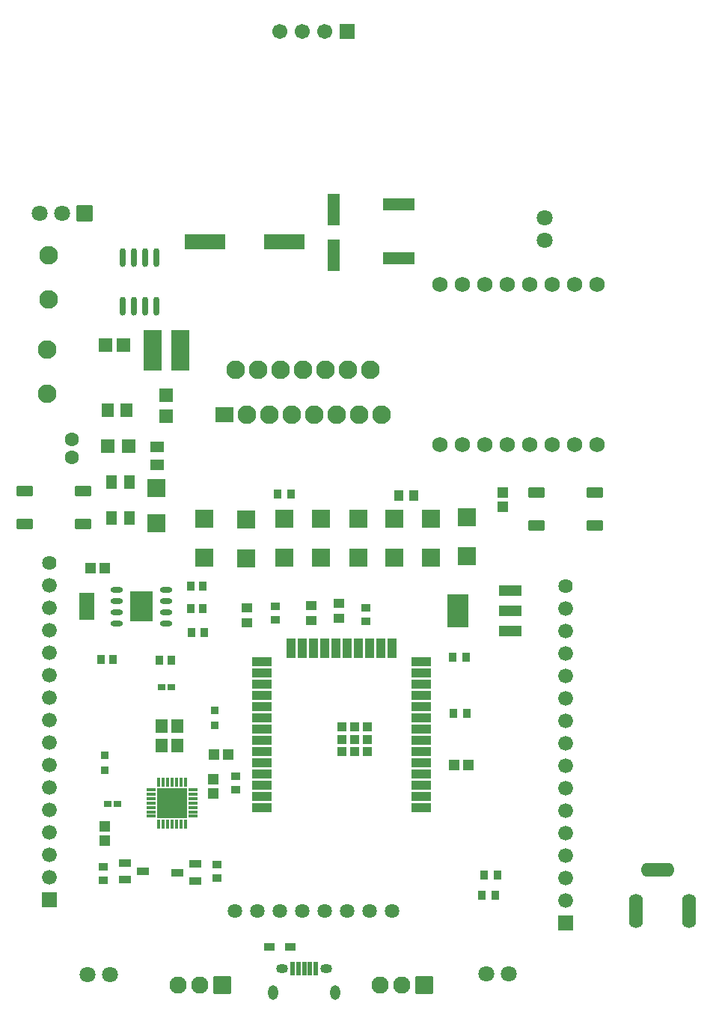
<source format=gts>
G04 Layer: TopSolderMaskLayer*
G04 EasyEDA v6.5.44, 2024-08-23 10:49:28*
G04 13edeab578334d2c94ea7048694fe743,9c714277b5a14b868680a62259e1ad39,10*
G04 Gerber Generator version 0.2*
G04 Scale: 100 percent, Rotated: No, Reflected: No *
G04 Dimensions in millimeters *
G04 leading zeros omitted , absolute positions ,4 integer and 5 decimal *
%FSLAX45Y45*%
%MOMM*%

%AMMACRO1*4,1,8,-0.4243,-0.4828,-0.454,-0.453,-0.454,0.4531,-0.4243,0.4828,0.4243,0.4828,0.454,0.4531,0.454,-0.453,0.4243,-0.4828,-0.4243,-0.4828,0*%
%AMMACRO2*4,1,8,-0.6211,-1.8008,-0.6508,-1.771,-0.6508,1.7711,-0.6211,1.8008,0.621,1.8008,0.6508,1.7711,0.6508,-1.771,0.621,-1.8008,-0.6211,-1.8008,0*%
%AMMACRO3*4,1,8,-0.7261,-0.7258,-0.7558,-0.696,-0.7558,0.6961,-0.7261,0.7258,0.726,0.7258,0.7558,0.6961,0.7558,-0.696,0.726,-0.7258,-0.7261,-0.7258,0*%
%AMMACRO4*4,1,8,-0.7711,-0.7303,-0.8008,-0.7005,-0.8008,0.7005,-0.7711,0.7303,0.771,0.7303,0.8008,0.7005,0.8008,-0.7005,0.771,-0.7303,-0.7711,-0.7303,0*%
%AMMACRO5*4,1,8,-2.2711,-0.8758,-2.3008,-0.846,-2.3008,0.846,-2.2711,0.8758,2.271,0.8758,2.3008,0.846,2.3008,-0.846,2.271,-0.8758,-2.2711,-0.8758,0*%
%AMMACRO6*4,1,8,-0.7005,-0.8008,-0.7303,-0.771,-0.7303,0.7711,-0.7005,0.8008,0.7005,0.8008,0.7303,0.7711,0.7303,-0.771,0.7005,-0.8008,-0.7005,-0.8008,0*%
%AMMACRO7*4,1,8,-0.9711,-2.3008,-1.0008,-2.271,-1.0008,2.2711,-0.9711,2.3008,0.971,2.3008,1.0008,2.2711,1.0008,-2.271,0.971,-2.3008,-0.9711,-2.3008,0*%
%AMMACRO8*4,1,8,-0.6713,-0.7506,-0.701,-0.7208,-0.701,0.7208,-0.6713,0.7506,0.6713,0.7506,0.701,0.7208,0.701,-0.7208,0.6713,-0.7506,-0.6713,-0.7506,0*%
%AMMACRO9*4,1,8,-1.0211,-1.0508,-1.0508,-1.021,-1.0508,1.0211,-1.0211,1.0508,1.021,1.0508,1.0508,1.0211,1.0508,-1.021,1.021,-1.0508,-1.0211,-1.0508,0*%
%AMMACRO10*4,1,8,-1.749,-0.6921,-1.7788,-0.6623,-1.7788,0.6623,-1.749,0.6921,1.749,0.6921,1.7788,0.6623,1.7788,-0.6623,1.749,-0.6921,-1.749,-0.6921,0*%
%AMMACRO11*4,1,8,-0.5873,-0.7393,-0.6171,-0.7095,-0.6171,0.7095,-0.5873,0.7393,0.5873,0.7393,0.6171,0.7095,0.6171,-0.7095,0.5873,-0.7393,-0.5873,-0.7393,0*%
%AMMACRO12*4,1,8,-0.7095,-0.6171,-0.7393,-0.5873,-0.7393,0.5873,-0.7095,0.6171,0.7095,0.6171,0.7393,0.5873,0.7393,-0.5873,0.7095,-0.6171,-0.7095,-0.6171,0*%
%AMMACRO13*4,1,8,-1.1911,-1.8508,-1.2208,-1.821,-1.2208,1.8211,-1.1911,1.8508,1.191,1.8508,1.2208,1.8211,1.2208,-1.821,1.191,-1.8508,-1.1911,-1.8508,0*%
%AMMACRO14*4,1,8,-1.2711,-0.6008,-1.3008,-0.571,-1.3008,0.5711,-1.2711,0.6008,1.271,0.6008,1.3008,0.5711,1.3008,-0.571,1.271,-0.6008,-1.2711,-0.6008,0*%
%AMMACRO15*4,1,8,-0.5211,-0.5008,-0.5508,-0.471,-0.5508,0.471,-0.5211,0.5008,0.521,0.5008,0.5508,0.471,0.5508,-0.471,0.521,-0.5008,-0.5211,-0.5008,0*%
%AMMACRO16*4,1,8,-0.4211,-0.4508,-0.4508,-0.421,-0.4508,0.4211,-0.4211,0.4508,0.421,0.4508,0.4508,0.4211,0.4508,-0.421,0.421,-0.4508,-0.4211,-0.4508,0*%
%AMMACRO17*4,1,8,-0.8711,-0.5508,-0.9008,-0.521,-0.9008,0.5211,-0.8711,0.5508,0.871,0.5508,0.9008,0.5211,0.9008,-0.521,0.871,-0.5508,-0.8711,-0.5508,0*%
%AMMACRO18*4,1,8,-0.4211,-0.5008,-0.4508,-0.471,-0.4508,0.4711,-0.4211,0.5008,0.421,0.5008,0.4508,0.4711,0.4508,-0.471,0.421,-0.5008,-0.4211,-0.5008,0*%
%AMMACRO19*4,1,8,-0.4161,-0.3208,-0.4458,-0.291,-0.4458,0.2911,-0.4161,0.3208,0.4161,0.3208,0.4458,0.2911,0.4458,-0.291,0.4161,-0.3208,-0.4161,-0.3208,0*%
%AMMACRO20*4,1,8,-0.9456,-0.9754,-0.9754,-0.9456,-0.9754,0.9456,-0.9456,0.9754,0.9456,0.9754,0.9754,0.9456,0.9754,-0.9456,0.9456,-0.9754,-0.9456,-0.9754,0*%
%AMMACRO21*4,1,8,-0.8711,-0.9008,-0.9008,-0.871,-0.9008,0.8711,-0.8711,0.9008,0.871,0.9008,0.9008,0.8711,0.9008,-0.871,0.871,-0.9008,-0.8711,-0.9008,0*%
%AMMACRO22*4,1,8,-0.5211,-0.4258,-0.5508,-0.396,-0.5508,0.3961,-0.5211,0.4258,0.521,0.4258,0.5508,0.3961,0.5508,-0.396,0.521,-0.4258,-0.5211,-0.4258,0*%
%AMMACRO23*4,1,8,-0.8085,-0.8382,-0.8382,-0.8084,-0.8382,0.8085,-0.8085,0.8382,0.8084,0.8382,0.8382,0.8085,0.8382,-0.8084,0.8084,-0.8382,-0.8085,-0.8382,0*%
%AMMACRO24*4,1,8,-0.471,-0.5508,-0.5008,-0.521,-0.5008,0.5211,-0.471,0.5508,0.471,0.5508,0.5008,0.5211,0.5008,-0.521,0.471,-0.5508,-0.471,-0.5508,0*%
%AMMACRO25*4,1,8,-0.8211,-0.8508,-0.8508,-0.821,-0.8508,0.8211,-0.8211,0.8508,0.821,0.8508,0.8508,0.8211,0.8508,-0.821,0.821,-0.8508,-0.8211,-0.8508,0*%
%AMMACRO26*4,1,8,-0.6461,-0.4008,-0.6758,-0.371,-0.6758,0.3711,-0.6461,0.4008,0.646,0.4008,0.6758,0.3711,0.6758,-0.371,0.646,-0.4008,-0.6461,-0.4008,0*%
%AMMACRO27*4,1,8,-0.646,-0.4008,-0.6758,-0.371,-0.6758,0.3711,-0.646,0.4008,0.646,0.4008,0.6758,0.3711,0.6758,-0.371,0.646,-0.4008,-0.646,-0.4008,0*%
%AMMACRO28*4,1,8,-0.4531,-0.454,-0.4828,-0.4243,-0.4828,0.4243,-0.4531,0.454,0.453,0.454,0.4828,0.4243,0.4828,-0.4243,0.453,-0.454,-0.4531,-0.454,0*%
%AMMACRO29*4,1,8,-0.5711,-0.5508,-0.6008,-0.521,-0.6008,0.5211,-0.5711,0.5508,0.571,0.5508,0.6008,0.5211,0.6008,-0.521,0.571,-0.5508,-0.5711,-0.5508,0*%
%AMMACRO30*4,1,8,-0.5211,-0.6008,-0.5508,-0.571,-0.5508,0.5711,-0.5211,0.6008,0.521,0.6008,0.5508,0.5711,0.5508,-0.571,0.521,-0.6008,-0.5211,-0.6008,0*%
%AMMACRO31*4,1,8,-0.4736,-0.1908,-0.5033,-0.161,-0.5033,0.1611,-0.4736,0.1908,0.4735,0.1908,0.5033,0.1611,0.5033,-0.161,0.4735,-0.1908,-0.4736,-0.1908,0*%
%AMMACRO32*4,1,8,-0.1611,-0.5033,-0.1908,-0.4735,-0.1908,0.4736,-0.1611,0.5033,0.161,0.5033,0.1908,0.4736,0.1908,-0.4735,0.161,-0.5033,-0.1611,-0.5033,0*%
%AMMACRO33*4,1,8,-1.6961,-1.7258,-1.7258,-1.696,-1.7258,1.6961,-1.6961,1.7258,1.696,1.7258,1.7258,1.6961,1.7258,-1.696,1.696,-1.7258,-1.6961,-1.7258,0*%
%AMMACRO34*4,1,8,-1.0711,-0.5258,-1.1008,-0.496,-1.1008,0.4961,-1.0711,0.5258,1.071,0.5258,1.1008,0.4961,1.1008,-0.496,1.071,-0.5258,-1.0711,-0.5258,0*%
%AMMACRO35*4,1,8,-0.4961,-1.1008,-0.5258,-1.071,-0.5258,1.0711,-0.4961,1.1008,0.496,1.1008,0.5258,1.0711,0.5258,-1.071,0.496,-1.1008,-0.4961,-1.1008,0*%
%AMMACRO36*4,1,8,-0.4711,-0.5008,-0.5008,-0.471,-0.5008,0.4711,-0.4711,0.5008,0.471,0.5008,0.5008,0.4711,0.5008,-0.471,0.471,-0.5008,-0.4711,-0.5008,0*%
%AMMACRO37*4,1,8,-1.0211,-0.8508,-1.0508,-0.821,-1.0508,0.8211,-1.0211,0.8508,1.021,0.8508,1.0508,0.8211,1.0508,-0.821,1.021,-0.8508,-1.0211,-0.8508,0*%
%AMMACRO38*4,1,8,-1.2207,-1.7,-1.25,-1.6707,-1.25,1.6707,-1.2207,1.7,1.2207,1.7,1.25,1.6707,1.25,-1.6707,1.2207,-1.7,-1.2207,-1.7,0*%
%AMMACRO39*4,1,8,-0.8211,-1.5508,-0.8508,-1.521,-0.8508,1.5211,-0.8211,1.5508,0.821,1.5508,0.8508,1.5211,0.8508,-1.521,0.821,-1.5508,-0.8211,-1.5508,0*%
%AMMACRO40*4,1,8,-0.2217,-0.7264,-0.2515,-0.6967,-0.2515,0.6967,-0.2217,0.7264,0.2217,0.7264,0.2515,0.6967,0.2515,-0.6967,0.2217,-0.7264,-0.2217,-0.7264,0*%
%AMMACRO41*4,1,8,-0.6211,-0.7508,-0.6508,-0.721,-0.6508,0.7211,-0.6211,0.7508,0.621,0.7508,0.6508,0.7211,0.6508,-0.721,0.621,-0.7508,-0.6211,-0.7508,0*%
%ADD10O,3.8015926X1.6015970000000002*%
%ADD11O,1.6015970000000002X3.9015924*%
%ADD12MACRO1*%
%ADD13MACRO2*%
%ADD14MACRO3*%
%ADD15MACRO4*%
%ADD16MACRO5*%
%ADD17MACRO6*%
%ADD18MACRO7*%
%ADD19MACRO8*%
%ADD20MACRO9*%
%ADD21MACRO10*%
%ADD22MACRO11*%
%ADD23MACRO12*%
%ADD24O,0.68961X2.1466048*%
%ADD25MACRO13*%
%ADD26MACRO14*%
%ADD27MACRO15*%
%ADD28MACRO16*%
%ADD29MACRO17*%
%ADD30MACRO18*%
%ADD31MACRO19*%
%ADD32C,1.8016*%
%ADD33C,1.9516*%
%ADD34MACRO20*%
%ADD35MACRO21*%
%ADD36MACRO22*%
%ADD37C,1.6317*%
%ADD38C,1.6764*%
%ADD39MACRO23*%
%ADD40C,1.6256*%
%ADD41MACRO24*%
%ADD42MACRO25*%
%ADD43C,1.7016*%
%ADD44C,2.1016*%
%ADD45MACRO26*%
%ADD46MACRO27*%
%ADD47MACRO28*%
%ADD48MACRO29*%
%ADD49MACRO30*%
%ADD50MACRO31*%
%ADD51MACRO32*%
%ADD52MACRO33*%
%ADD53MACRO34*%
%ADD54MACRO35*%
%ADD55MACRO36*%
%ADD56MACRO37*%
%ADD57O,1.3700252000000002X0.6080252*%
%ADD58MACRO38*%
%ADD59C,1.6016*%
%ADD60C,1.7272*%
%ADD61MACRO39*%
%ADD62MACRO40*%
%ADD63O,1.3516102X1.0515854*%
%ADD64O,1.1015979999999999X1.6516096*%
%ADD65MACRO41*%
%ADD66C,0.0147*%

%LPD*%
D10*
G01*
X-1358137Y-770762D03*
D11*
G01*
X-1008126Y-1235837D03*
G01*
X-1608073Y-1235837D03*
D12*
G01*
X-3351924Y-1054100D03*
G01*
X-3201275Y-1054100D03*
G01*
X-3175875Y-825500D03*
G01*
X-3326524Y-825500D03*
D13*
G01*
X-5029200Y6696890D03*
G01*
X-5029200Y6180907D03*
D14*
G01*
X-7405697Y5168900D03*
G01*
X-7605702Y5168900D03*
D15*
G01*
X-7587599Y4025900D03*
G01*
X-7347601Y4025900D03*
D16*
G01*
X-6482497Y6337300D03*
G01*
X-5582502Y6337300D03*
D17*
G01*
X-6921500Y4363100D03*
G01*
X-6921500Y4603098D03*
D18*
G01*
X-6766499Y5105400D03*
G01*
X-7076499Y5105400D03*
D19*
G01*
X-7583677Y4432172D03*
G01*
X-7373619Y4432172D03*
D20*
G01*
X-7035800Y3152775D03*
G01*
X-7035800Y3552825D03*
D21*
G01*
X-4292600Y6758226D03*
G01*
X-4292600Y6144973D03*
D22*
G01*
X-7542204Y3213100D03*
G01*
X-7342195Y3213100D03*
G01*
X-7342195Y3619500D03*
G01*
X-7542204Y3619500D03*
D23*
G01*
X-7023100Y3811595D03*
G01*
X-7023100Y4011604D03*
D24*
G01*
X-7416800Y5602859D03*
G01*
X-7289800Y5602859D03*
G01*
X-7162800Y5602859D03*
G01*
X-7035800Y5602859D03*
G01*
X-7416800Y6157340D03*
G01*
X-7289800Y6157340D03*
G01*
X-7162800Y6157340D03*
G01*
X-7035800Y6157340D03*
D25*
G01*
X-3624394Y2159000D03*
D26*
G01*
X-3030399Y2388997D03*
G01*
X-3030399Y2159000D03*
G01*
X-3030399Y1929002D03*
D27*
G01*
X-5283131Y2218514D03*
G01*
X-5283131Y2048515D03*
D28*
G01*
X-7620000Y359409D03*
G01*
X-7620000Y529590D03*
G01*
X-6375400Y867409D03*
G01*
X-6375400Y1037590D03*
D29*
G01*
X-2730299Y3499611D03*
G01*
X-2070300Y3499739D03*
G01*
X-2730299Y3129660D03*
G01*
X-2070300Y3129660D03*
G01*
X-7861500Y3142488D03*
G01*
X-8521499Y3142360D03*
G01*
X-7861500Y3512439D03*
G01*
X-8521499Y3512439D03*
D30*
G01*
X-6864200Y1600200D03*
G01*
X-7004199Y1600200D03*
G01*
X-6635899Y1917700D03*
G01*
X-6495900Y1917700D03*
G01*
X-7524600Y1612900D03*
G01*
X-7664599Y1612900D03*
G01*
X-6508600Y2184400D03*
G01*
X-6648599Y2184400D03*
D31*
G01*
X-6976005Y1295400D03*
G01*
X-6866994Y1295400D03*
G01*
X-7585605Y-25400D03*
G01*
X-7476594Y-25400D03*
D30*
G01*
X-6508600Y2438400D03*
G01*
X-6648599Y2438400D03*
D32*
G01*
X-7556500Y-1955800D03*
G01*
X-7810500Y-1955800D03*
G01*
X-3048000Y-1943100D03*
G01*
X-3302000Y-1943100D03*
G01*
X-2641600Y6604000D03*
G01*
X-2641600Y6350000D03*
D33*
G01*
X-4504486Y-2070100D03*
G01*
X-4254500Y-2070100D03*
D34*
G01*
X-4004501Y-2070100D03*
D33*
G01*
X-6790486Y-2070100D03*
G01*
X-6540500Y-2070100D03*
D34*
G01*
X-6290501Y-2070100D03*
D35*
G01*
X-7848600Y6654800D03*
D32*
G01*
X-8102600Y6654800D03*
G01*
X-8356600Y6654800D03*
D20*
G01*
X-6489700Y3204499D03*
G01*
X-6489700Y2764500D03*
G01*
X-6019800Y3191799D03*
G01*
X-6019800Y2751800D03*
G01*
X-5168900Y3204499D03*
G01*
X-5168900Y2764500D03*
G01*
X-5588000Y3204499D03*
G01*
X-5588000Y2764500D03*
G01*
X-4749800Y3204499D03*
G01*
X-4749800Y2764500D03*
G01*
X-3517900Y3217199D03*
G01*
X-3517900Y2777200D03*
G01*
X-4343400Y3204499D03*
G01*
X-4343400Y2764500D03*
G01*
X-3924300Y3204499D03*
G01*
X-3924300Y2764500D03*
D36*
G01*
X-5521544Y-1638300D03*
G01*
X-5756050Y-1638300D03*
D37*
G01*
X-6146800Y-1231900D03*
G01*
X-5892800Y-1231900D03*
G01*
X-5638800Y-1231900D03*
G01*
X-5384800Y-1231900D03*
G01*
X-5130800Y-1231900D03*
G01*
X-4876800Y-1231900D03*
G01*
X-4622800Y-1231900D03*
G01*
X-4368800Y-1231900D03*
D38*
G01*
X-8242300Y2451100D03*
G01*
X-8242300Y2197100D03*
G01*
X-8242300Y1943100D03*
G01*
X-8242300Y1689100D03*
G01*
X-8242300Y1435100D03*
G01*
X-8242300Y1181100D03*
G01*
X-8242300Y927100D03*
G01*
X-8242300Y673100D03*
G01*
X-8242300Y419100D03*
G01*
X-8242300Y165100D03*
G01*
X-8242300Y-88900D03*
G01*
X-8242300Y-342900D03*
G01*
X-8242300Y-596900D03*
G01*
X-8242300Y-850900D03*
D39*
G01*
X-8242300Y-1104900D03*
D40*
G01*
X-8242300Y2705100D03*
D38*
G01*
X-2400300Y2184400D03*
G01*
X-2400300Y1930400D03*
G01*
X-2400300Y1676400D03*
G01*
X-2400300Y1422400D03*
G01*
X-2400300Y1168400D03*
G01*
X-2400300Y914400D03*
G01*
X-2400300Y660400D03*
G01*
X-2400300Y406400D03*
G01*
X-2400300Y152400D03*
G01*
X-2400300Y-101600D03*
G01*
X-2400300Y-355600D03*
G01*
X-2400300Y-609600D03*
G01*
X-2400300Y-863600D03*
G01*
X-2400300Y-1117600D03*
D39*
G01*
X-2400300Y-1371600D03*
D40*
G01*
X-2400300Y2438400D03*
D27*
G01*
X-6007100Y2193190D03*
G01*
X-6007100Y2023191D03*
G01*
X-4965700Y2243990D03*
G01*
X-4965700Y2073991D03*
D41*
G01*
X-4118709Y3467100D03*
G01*
X-4288708Y3467100D03*
D42*
G01*
X-4876800Y8712200D03*
D43*
G01*
X-5130800Y8712200D03*
G01*
X-5384800Y8712200D03*
G01*
X-5638800Y8712200D03*
D44*
G01*
X-8267700Y5114544D03*
G01*
X-8267700Y4613655D03*
G01*
X-8255000Y6181344D03*
G01*
X-8255000Y5680455D03*
D45*
G01*
X-6592898Y-895097D03*
G01*
X-6592898Y-705105D03*
D46*
G01*
X-6792899Y-800101D03*
D45*
G01*
X-7389801Y-692402D03*
G01*
X-7389801Y-882394D03*
D46*
G01*
X-7189800Y-787398D03*
D47*
G01*
X-6350000Y-862724D03*
G01*
X-6350000Y-712075D03*
G01*
X-7632700Y-888124D03*
G01*
X-7632700Y-737475D03*
G01*
X-4660900Y2196224D03*
G01*
X-4660900Y2045575D03*
D12*
G01*
X-5663324Y3479800D03*
G01*
X-5512675Y3479800D03*
D47*
G01*
X-6134100Y140575D03*
G01*
X-6134100Y291224D03*
D12*
G01*
X-3531475Y1638300D03*
G01*
X-3682124Y1638300D03*
D47*
G01*
X-5689600Y2208924D03*
G01*
X-5689600Y2058275D03*
D12*
G01*
X-3669424Y1003300D03*
G01*
X-3518775Y1003300D03*
D48*
G01*
X-6388100Y97792D03*
G01*
X-6388100Y257792D03*
D49*
G01*
X-6219192Y533400D03*
G01*
X-6379192Y533400D03*
D48*
G01*
X-3111500Y3336292D03*
G01*
X-3111500Y3496292D03*
D49*
G01*
X-7776207Y2641600D03*
G01*
X-7616207Y2641600D03*
D48*
G01*
X-7620000Y-275592D03*
G01*
X-7620000Y-435592D03*
D49*
G01*
X-3501392Y419100D03*
G01*
X-3661392Y419100D03*
D50*
G01*
X-7095743Y137286D03*
G01*
X-7095743Y87299D03*
G01*
X-7095743Y37287D03*
G01*
X-7095743Y-12700D03*
G01*
X-7095743Y-62712D03*
G01*
X-7095743Y-112699D03*
G01*
X-7095743Y-162712D03*
D51*
G01*
X-7007987Y-250443D03*
G01*
X-6957999Y-250443D03*
G01*
X-6907987Y-250443D03*
G01*
X-6858000Y-250443D03*
G01*
X-6807987Y-250443D03*
G01*
X-6758000Y-250443D03*
G01*
X-6707987Y-250443D03*
D50*
G01*
X-6620256Y-162712D03*
G01*
X-6620256Y-112699D03*
G01*
X-6620256Y-62712D03*
G01*
X-6620256Y-12700D03*
G01*
X-6620256Y37287D03*
G01*
X-6620256Y87299D03*
G01*
X-6620256Y137286D03*
D51*
G01*
X-6707987Y225043D03*
G01*
X-6758000Y225043D03*
G01*
X-6807987Y225043D03*
G01*
X-6858000Y225043D03*
G01*
X-6907987Y225043D03*
G01*
X-6957999Y225043D03*
G01*
X-7007987Y225043D03*
D52*
G01*
X-6858000Y-12700D03*
D53*
G01*
X-4040300Y-62052D03*
G01*
X-4040300Y64947D03*
G01*
X-4040300Y191947D03*
G01*
X-4040300Y318947D03*
G01*
X-4040300Y445947D03*
G01*
X-4040300Y572947D03*
G01*
X-4040300Y699947D03*
G01*
X-4040300Y826947D03*
G01*
X-4040300Y953947D03*
G01*
X-4040300Y1080947D03*
G01*
X-4040300Y1207947D03*
G01*
X-4040300Y1334947D03*
G01*
X-4040300Y1461947D03*
G01*
X-4040300Y1588947D03*
D54*
G01*
X-4368825Y1738453D03*
G01*
X-4495825Y1738453D03*
G01*
X-4622825Y1738453D03*
G01*
X-4749825Y1738453D03*
G01*
X-4876825Y1738453D03*
G01*
X-5003825Y1738453D03*
G01*
X-5130825Y1738453D03*
G01*
X-5257825Y1738453D03*
G01*
X-5384825Y1738453D03*
G01*
X-5511825Y1738453D03*
D53*
G01*
X-5840296Y1588947D03*
G01*
X-5840296Y1461947D03*
G01*
X-5840296Y1334947D03*
G01*
X-5840296Y1207947D03*
G01*
X-5840296Y1080947D03*
G01*
X-5840296Y953947D03*
G01*
X-5840296Y826947D03*
G01*
X-5840296Y699947D03*
G01*
X-5840296Y572947D03*
G01*
X-5840296Y445947D03*
G01*
X-5840296Y318947D03*
G01*
X-5840296Y191947D03*
G01*
X-5840296Y64947D03*
G01*
X-5840296Y-62052D03*
D55*
G01*
X-4790286Y706045D03*
G01*
X-4650308Y706045D03*
G01*
X-4930291Y706045D03*
G01*
X-4930291Y566065D03*
G01*
X-4790286Y566065D03*
G01*
X-4650308Y566065D03*
G01*
X-4650308Y846049D03*
G01*
X-4790286Y846049D03*
G01*
X-4930291Y846049D03*
D44*
G01*
X-4483100Y4381500D03*
G01*
X-4610100Y4889500D03*
G01*
X-4737100Y4381500D03*
G01*
X-4864100Y4889500D03*
G01*
X-4991100Y4381500D03*
G01*
X-5118100Y4889500D03*
G01*
X-5245100Y4381500D03*
G01*
X-5372100Y4889500D03*
G01*
X-5499100Y4381500D03*
G01*
X-5626100Y4889500D03*
G01*
X-5753100Y4381500D03*
G01*
X-5880100Y4889500D03*
G01*
X-6007100Y4381500D03*
G01*
X-6134100Y4889500D03*
D56*
G01*
X-6261100Y4381500D03*
D57*
G01*
X-7480300Y2400300D03*
G01*
X-7480300Y2273300D03*
G01*
X-7480300Y2146300D03*
G01*
X-7480300Y2019300D03*
G01*
X-6921500Y2019300D03*
G01*
X-6921500Y2146300D03*
G01*
X-6921500Y2273300D03*
G01*
X-6921500Y2400300D03*
D58*
G01*
X-7200900Y2209800D03*
D59*
G01*
X-7988223Y3900601D03*
G01*
X-7988376Y4100398D03*
D60*
G01*
X-2044700Y5854700D03*
G01*
X-2298700Y5854700D03*
G01*
X-2552700Y5854700D03*
G01*
X-2806700Y5854700D03*
G01*
X-3060700Y5854700D03*
G01*
X-3314700Y5854700D03*
G01*
X-3568700Y5854700D03*
G01*
X-3822700Y5854700D03*
G01*
X-3822700Y4038600D03*
G01*
X-3568700Y4038600D03*
G01*
X-3314700Y4038600D03*
G01*
X-3060700Y4038600D03*
G01*
X-2806700Y4038600D03*
G01*
X-2552700Y4038600D03*
G01*
X-2298700Y4038600D03*
G01*
X-2044700Y4038600D03*
D61*
G01*
X-7823200Y2209800D03*
D62*
G01*
X-5359412Y-1884298D03*
G01*
X-5294388Y-1884298D03*
G01*
X-5229364Y-1884298D03*
G01*
X-5424436Y-1884298D03*
G01*
X-5489460Y-1884298D03*
D63*
G01*
X-5109387Y-1884298D03*
G01*
X-5609386Y-1884298D03*
D64*
G01*
X-5709386Y-2154301D03*
G01*
X-5009387Y-2154301D03*
D65*
G01*
X-6795909Y639300D03*
G01*
X-6795909Y859299D03*
G01*
X-6970915Y859299D03*
G01*
X-6970910Y639300D03*
M02*

</source>
